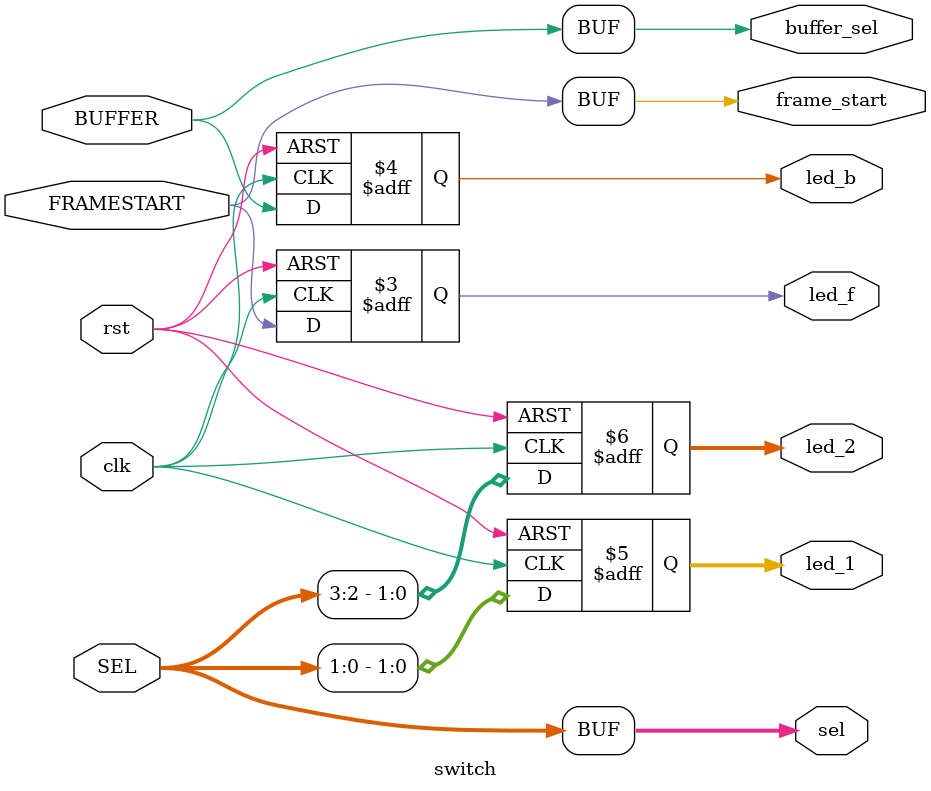
<source format=v>
module switch(
input clk, rst,
input FRAMESTART, BUFFER,
input [3:0] SEL,

output frame_start, buffer_sel,
output [3:0] sel,
output reg led_f, led_b,
output reg [1:0] led_1, led_2
    );
    
assign frame_start = FRAMESTART;
assign buffer_sel = BUFFER;
assign sel = SEL;

always @ (posedge clk or negedge rst) begin
    if(!rst) begin
        led_f <= 1'b0;
        led_b <= 1'b0;
        led_1 <= 2'b00;
        led_2 <= 2'b00;
    end
    else begin
        led_f <= FRAMESTART;
        led_b <= BUFFER;
        led_1 <= SEL[1:0];
        led_2 <= SEL[3:2];

    end   
 end
    
endmodule

</source>
